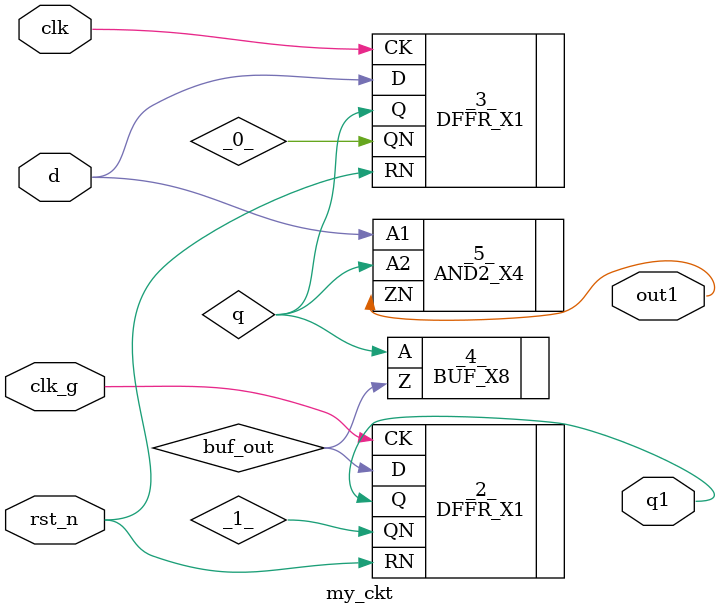
<source format=v>
/* Generated by Yosys 0.56+30 (git sha1 2d90e80b5, g++ 11.4.0-1ubuntu1~22.04 -fPIC -O3) */

module my_ckt(clk, clk_g, rst_n, d, q1, out1);
  input clk;
  wire clk;
  input clk_g;
  wire clk_g;
  input rst_n;
  wire rst_n;
  input d;
  wire d;
  output q1;
  output out1;
  wire out1;
  wire q1;
  wire _0_;
  wire _1_;
  wire buf_out;
  wire q;
  DFFR_X1 _2_ (
    .CK(clk_g),
    .D(buf_out),
    .Q(q1),
    .QN(_1_),
    .RN(rst_n)
  );

  DFFR_X1 _3_ (
    .CK(clk),
    .D(d),
    .Q(q),
    .QN(_0_),
    .RN(rst_n)
  );

  BUF_X8 _4_ (
    .A(q),
    .Z(buf_out)
  );

  AND2_X4 _5_ (
    .A1(d),
    .A2(q),
    .ZN(out1)
  );

endmodule

</source>
